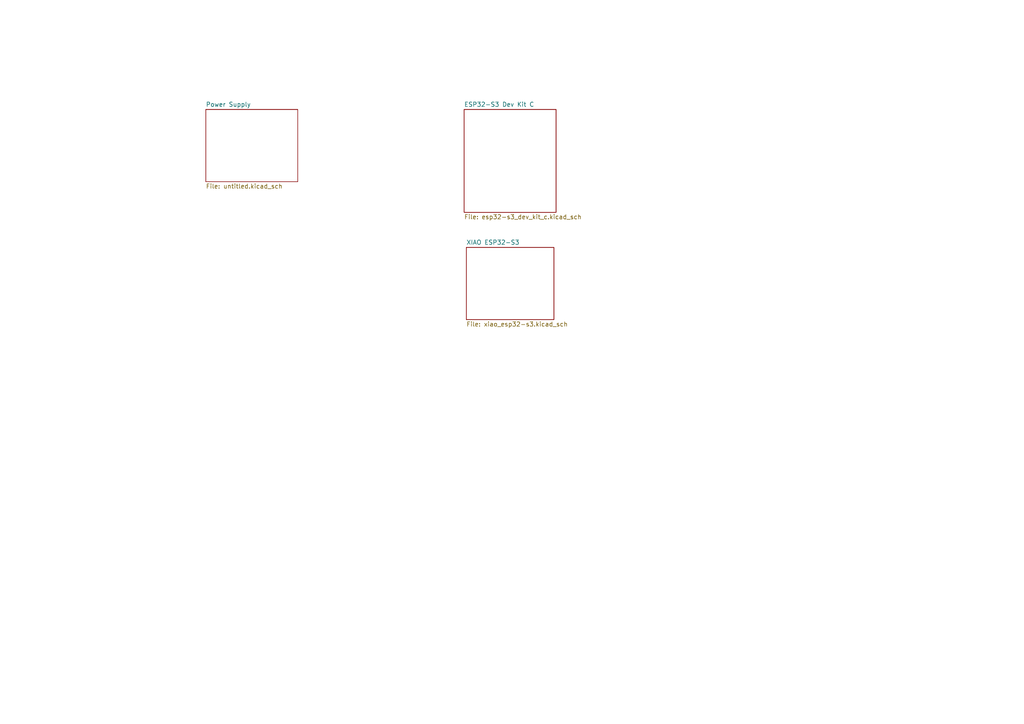
<source format=kicad_sch>
(kicad_sch
	(version 20231120)
	(generator "eeschema")
	(generator_version "8.0")
	(uuid "941a36f0-86a7-4375-9108-9f9aed2a535a")
	(paper "A4")
	(lib_symbols)
	(sheet
		(at 135.255 71.755)
		(size 25.4 20.955)
		(fields_autoplaced yes)
		(stroke
			(width 0.1524)
			(type solid)
		)
		(fill
			(color 0 0 0 0.0000)
		)
		(uuid "0a69c683-1c29-46d5-8104-f3779973f4ce")
		(property "Sheetname" "XIAO ESP32-S3"
			(at 135.255 71.0434 0)
			(effects
				(font
					(size 1.27 1.27)
				)
				(justify left bottom)
			)
		)
		(property "Sheetfile" "xiao_esp32-s3.kicad_sch"
			(at 135.255 93.2946 0)
			(effects
				(font
					(size 1.27 1.27)
				)
				(justify left top)
			)
		)
		(instances
			(project "artnet_rgb_led_controller"
				(path "/941a36f0-86a7-4375-9108-9f9aed2a535a"
					(page "4")
				)
			)
		)
	)
	(sheet
		(at 134.62 31.75)
		(size 26.67 29.845)
		(fields_autoplaced yes)
		(stroke
			(width 0.1524)
			(type solid)
		)
		(fill
			(color 0 0 0 0.0000)
		)
		(uuid "0df3fe4c-6ee6-470c-a415-096bb6608b0b")
		(property "Sheetname" "ESP32-S3 Dev Kit C"
			(at 134.62 31.0384 0)
			(effects
				(font
					(size 1.27 1.27)
				)
				(justify left bottom)
			)
		)
		(property "Sheetfile" "esp32-s3_dev_kit_c.kicad_sch"
			(at 134.62 62.1796 0)
			(effects
				(font
					(size 1.27 1.27)
				)
				(justify left top)
			)
		)
		(instances
			(project "artnet_rgb_led_controller"
				(path "/941a36f0-86a7-4375-9108-9f9aed2a535a"
					(page "3")
				)
			)
		)
	)
	(sheet
		(at 59.69 31.75)
		(size 26.67 20.955)
		(fields_autoplaced yes)
		(stroke
			(width 0.1524)
			(type solid)
		)
		(fill
			(color 0 0 0 0.0000)
		)
		(uuid "187104d3-59a0-44ea-8566-6c9176a06cde")
		(property "Sheetname" "Power Supply"
			(at 59.69 31.0384 0)
			(effects
				(font
					(size 1.27 1.27)
				)
				(justify left bottom)
			)
		)
		(property "Sheetfile" "untitled.kicad_sch"
			(at 59.69 53.2896 0)
			(effects
				(font
					(size 1.27 1.27)
				)
				(justify left top)
			)
		)
		(instances
			(project "artnet_rgb_led_controller"
				(path "/941a36f0-86a7-4375-9108-9f9aed2a535a"
					(page "2")
				)
			)
		)
	)
	(sheet_instances
		(path "/"
			(page "1")
		)
	)
)

</source>
